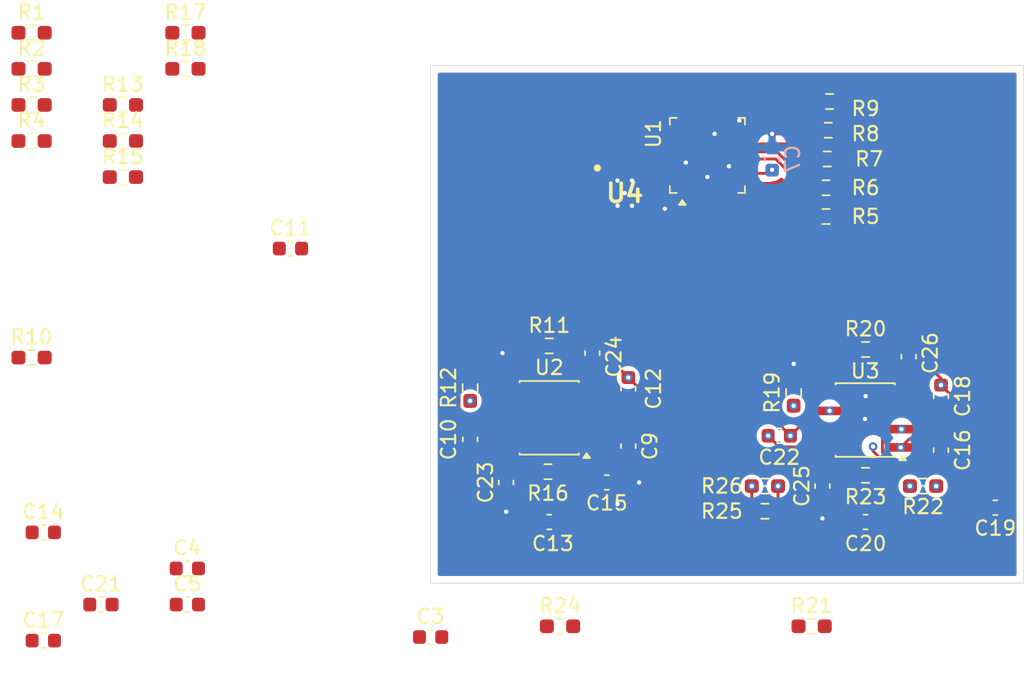
<source format=kicad_pcb>
(kicad_pcb (version 20241229) (generator "pcbnew") (generator_version "9.0")
  (layers (0 "F.Cu" signal) (4 "In1.Cu" signal) (6 "In2.Cu" signal) (2 "B.Cu" signal) (13 "F.Paste" user) (15 "B.Paste" user) (5 "F.SilkS" user "F.Silkscreen") (7 "B.SilkS" user "B.Silkscreen") (1 "F.Mask" user) (3 "B.Mask" user) (25 "Edge.Cuts" user))
  (net 0 "")
  (net 9 "GND")
  (net 10 "DAC1")
  (net 11 "DAC2B")
  (net 12 "DAC2")
  (net 13 "+3.3V")
  (net 14 "DAC1B")
  (net 15 "Net-(U1-MCLK)")
  (net 16 "Net-(U1-SCA)")
  (net 17 "Net-(U1-DATA_CLK)")
  (net 18 "Net-(U1-SCL)")
  (net 19 "Net-(U1-DATA2)")
  (net 20 "Net-(U1-DATA1)")
  (net 21 "Net-(U1-DVDD)")
  (net 22 "Net-(U1-CHIP_EN)")
  (net 23 "Net-(C12-Pad2)")
  (net 24 "Net-(C10-Pad2)")
  (net 25 "Net-(U2A--)")
  (net 26 "Net-(C14-Pad2)")
  (net 27 "Net-(C15-Pad2)")
  (net 28 "Net-(C16-Pad2)")
  (net 29 "Net-(C17-Pad2)")
  (net 30 "Net-(U3A--)")
  (net 31 "Net-(C20-Pad1)")
  (net 32 "Net-(C21-Pad2)")
  (net 33 "+12V")
  (net 34 "-12V")
  (net 35 "+5V")
  (net 36 "/BCLK")
  (net 37 "/WCLK")
  (net 38 "/DATA")
  (net 39 "/SCL")
  (net 40 "/SCA")
  (net 41 "Net-(U4-PG)")
  (net 42 "Net-(U4-SET)")
  (net 43 "Net-(U4-PGFB)")
  (footprint "Package_DFN_QFN:UQFN-32_5x5mm_P0.5mm" (layer "F.Cu") (at 128.5 88 90)
    (property "Reference" "U1" (at 1.5 -3.75 90) (layer "F.SilkS"))
    (property "Value" "ES9039Q2M")
    (pad "1" smd roundrect (at -2.4375 -1.75 90) (size 0.825 0.25) (layers "F.Cu" "F.Mask" "F.Paste") (net 13 "+3.3V"))
    (pad "2" smd roundrect (at -2.4375 -1.25 90) (size 0.825 0.25) (layers "F.Cu" "F.Mask" "F.Paste") (net 14 "DAC1B"))
    (pad "3" smd roundrect (at -2.4375 -0.75 90) (size 0.825 0.25) (layers "F.Cu" "F.Mask" "F.Paste") (net 10 "DAC1"))
    (pad "4" smd roundrect (at -2.4375 -0.25 90) (size 0.825 0.25) (layers "F.Cu" "F.Mask" "F.Paste") (net 9 "GND"))
    (pad "5" smd roundrect (at -2.4375 0.25 90) (size 0.825 0.25) (layers "F.Cu" "F.Mask" "F.Paste") (net 9 "GND"))
    (pad "6" smd roundrect (at -2.4375 0.75 90) (size 0.825 0.25) (layers "F.Cu" "F.Mask" "F.Paste") (net 11 "DAC2B"))
    (pad "7" smd roundrect (at -2.4375 1.25 90) (size 0.825 0.25) (layers "F.Cu" "F.Mask" "F.Paste") (net 12 "DAC2"))
    (pad "8" smd roundrect (at -2.4375 1.75 90) (size 0.825 0.25) (layers "F.Cu" "F.Mask" "F.Paste") (net 13 "+3.3V"))
    (pad "9" smd roundrect (at -1.75 2.4375 90) (size 0.25 0.825) (layers "F.Cu" "F.Mask" "F.Paste") (net 21 "Net-(U1-DVDD)"))
    (pad "10" smd roundrect (at -1.25 2.4375 90) (size 0.25 0.825) (layers "F.Cu" "F.Mask" "F.Paste") (net 13 "+3.3V"))
    (pad "11" smd roundrect (at -0.75 2.4375 90) (size 0.25 0.825) (layers "F.Cu" "F.Mask" "F.Paste") (net 9 "GND"))
    (pad "12" smd roundrect (at -0.25 2.4375 90) (size 0.25 0.825) (layers "F.Cu" "F.Mask" "F.Paste") (net 17 "Net-(U1-DATA_CLK)"))
    (pad "13" smd roundrect (at 0.25 2.4375 90) (size 0.25 0.825) (layers "F.Cu" "F.Mask" "F.Paste") (net 20 "Net-(U1-DATA1)"))
    (pad "14" smd roundrect (at 0.75 2.4375 90) (size 0.25 0.825) (layers "F.Cu" "F.Mask" "F.Paste") (net 19 "Net-(U1-DATA2)"))
    (pad "15" smd roundrect (at 1.25 2.4375 90) (size 0.25 0.825) (layers "F.Cu" "F.Mask" "F.Paste") (net 18 "Net-(U1-SCL)"))
    (pad "16" smd roundrect (at 1.75 2.4375 90) (size 0.25 0.825) (layers "F.Cu" "F.Mask" "F.Paste") (net 16 "Net-(U1-SCA)"))
    (pad "17" smd roundrect (at 2.4375 1.75 90) (size 0.825 0.25) (layers "F.Cu" "F.Mask" "F.Paste") (net 9 "GND"))
    (pad "18" smd roundrect (at 2.4375 1.25 90) (size 0.825 0.25) (layers "F.Cu" "F.Mask" "F.Paste") (net 22 "Net-(U1-CHIP_EN)"))
    (pad "19" smd roundrect (at 2.4375 0.75 90) (size 0.825 0.25) (layers "F.Cu" "F.Mask" "F.Paste") (net 9 "GND"))
    (pad "20" smd roundrect (at 2.4375 0.25 90) (size 0.825 0.25) (layers "F.Cu" "F.Mask" "F.Paste") (net 9 "GND"))
    (pad "21" smd roundrect (at 2.4375 -0.25 90) (size 0.825 0.25) (layers "F.Cu" "F.Mask" "F.Paste"))
    (pad "22" smd roundrect (at 2.4375 -0.75 90) (size 0.825 0.25) (layers "F.Cu" "F.Mask" "F.Paste"))
    (pad "23" smd roundrect (at 2.4375 -1.25 90) (size 0.825 0.25) (layers "F.Cu" "F.Mask" "F.Paste"))
    (pad "24" smd roundrect (at 2.4375 -1.75 90) (size 0.825 0.25) (layers "F.Cu" "F.Mask" "F.Paste"))
    (pad "25" smd roundrect (at 1.75 -2.4375 90) (size 0.25 0.825) (layers "F.Cu" "F.Mask" "F.Paste"))
    (pad "26" smd roundrect (at 1.25 -2.4375 90) (size 0.25 0.825) (layers "F.Cu" "F.Mask" "F.Paste"))
    (pad "27" smd roundrect (at 0.75 -2.4375 90) (size 0.25 0.825) (layers "F.Cu" "F.Mask" "F.Paste"))
    (pad "28" smd roundrect (at 0.25 -2.4375 90) (size 0.25 0.825) (layers "F.Cu" "F.Mask" "F.Paste"))
    (pad "29" smd roundrect (at -0.25 -2.4375 90) (size 0.25 0.825) (layers "F.Cu" "F.Mask" "F.Paste") (net 9 "GND"))
    (pad "30" smd roundrect (at -0.75 -2.4375 90) (size 0.25 0.825) (layers "F.Cu" "F.Mask" "F.Paste") (net 9 "GND"))
    (pad "31" smd roundrect (at -1.25 -2.4375 90) (size 0.25 0.825) (layers "F.Cu" "F.Mask" "F.Paste") (net 13 "+3.3V"))
    (pad "32" smd roundrect (at -1.75 -2.4375 90) (size 0.25 0.825) (layers "F.Cu" "F.Mask" "F.Paste") (net 15 "Net-(U1-MCLK)"))
  )
  (footprint "Resistor_SMD:R_0603_1608Metric_Pad0.98x0.95mm_HandSolder" (layer "F.Cu") (at 92.195 81.98)
    (property "Reference" "R18" (at 0 -1.43 0) (layer "F.SilkS"))
    (property "Value" "140")
    (pad "1" smd roundrect (at -0.9125 0) (size 0.975 0.95) (layers "F.Cu" "F.Mask" "F.Paste") (net 24 "Net-(C10-Pad2)"))
    (pad "2" smd roundrect (at 0.9125 0) (size 0.975 0.95) (layers "F.Cu" "F.Mask" "F.Paste") (net 27 "Net-(C15-Pad2)"))
  )
  (footprint "Resistor_SMD:R_0603_1608Metric_Pad0.98x0.95mm_HandSolder" (layer "F.Cu") (at 81.495 84.49)
    (property "Reference" "R3" (at 0 -1.43 0) (layer "F.SilkS"))
    (property "Value" "453k")
    (pad "1" smd roundrect (at -0.9125 0) (size 0.975 0.95) (layers "F.Cu" "F.Mask" "F.Paste") (net 13 "+3.3V"))
    (pad "2" smd roundrect (at 0.9125 0) (size 0.975 0.95) (layers "F.Cu" "F.Mask" "F.Paste") (net 43 "Net-(U4-PGFB)"))
  )
  (footprint "Resistor_SMD:R_0603_1608Metric_Pad0.98x0.95mm_HandSolder" (layer "F.Cu") (at 87.845 87)
    (property "Reference" "R14" (at 0 -1.43 0) (layer "F.SilkS"))
    (property "Value" "3.6k")
    (pad "1" smd roundrect (at -0.9125 0) (size 0.975 0.95) (layers "F.Cu" "F.Mask" "F.Paste") (net 14 "DAC1B"))
    (pad "2" smd roundrect (at 0.9125 0) (size 0.975 0.95) (layers "F.Cu" "F.Mask" "F.Paste") (net 24 "Net-(C10-Pad2)"))
  )
  (footprint "Resistor_SMD:R_0603_1608Metric_Pad0.98x0.95mm_HandSolder" (layer "F.Cu") (at 112 104.1625 -90)
    (property "Reference" "R12" (at 0 1.5 90) (layer "F.SilkS"))
    (property "Value" "3.6k")
    (pad "1" smd roundrect (at -0.9125 0 270) (size 0.975 0.95) (layers "F.Cu" "F.Mask" "F.Paste") (net 10 "DAC1"))
    (pad "2" smd roundrect (at 0.9125 0 270) (size 0.975 0.95) (layers "F.Cu" "F.Mask" "F.Paste") (net 23 "Net-(C12-Pad2)"))
  )
  (footprint "Capacitor_SMD:C_0603_1608Metric" (layer "F.Cu") (at 82.31 114.22)
    (property "Reference" "C14" (at 0 -1.43 0) (layer "F.SilkS"))
    (property "Value" "2.2n")
    (pad "1" smd roundrect (at -0.775 0) (size 0.9 0.95) (layers "F.Cu" "F.Mask" "F.Paste") (net 9 "GND"))
    (pad "2" smd roundrect (at 0.775 0) (size 0.9 0.95) (layers "F.Cu" "F.Mask" "F.Paste") (net 26 "Net-(C14-Pad2)"))
  )
  (footprint "Resistor_SMD:R_0603_1608Metric_Pad0.98x0.95mm_HandSolder" (layer "F.Cu") (at 137 84.25)
    (property "Reference" "R9" (at 2.5 0.5 0) (layer "F.SilkS"))
    (property "Value" "50")
    (pad "1" smd roundrect (at -0.9125 0) (size 0.975 0.95) (layers "F.Cu" "F.Mask" "F.Paste") (net 16 "Net-(U1-SCA)"))
    (pad "2" smd roundrect (at 0.9125 0) (size 0.975 0.95) (layers "F.Cu" "F.Mask" "F.Paste") (net 40 "/SCA"))
  )
  (footprint "Capacitor_SMD:C_0603_1608Metric" (layer "F.Cu") (at 148.525 112.5 180)
    (property "Reference" "C19" (at 0 -1.43 0) (layer "F.SilkS"))
    (property "Value" "1p")
    (pad "1" smd roundrect (at -0.775 0 180) (size 0.9 0.95) (layers "F.Cu" "F.Mask" "F.Paste") (net 11 "DAC2B"))
    (pad "2" smd roundrect (at 0.775 0 180) (size 0.9 0.95) (layers "F.Cu" "F.Mask" "F.Paste") (net 12 "DAC2"))
  )
  (footprint "Resistor_SMD:R_0603_1608Metric_Pad0.98x0.95mm_HandSolder" (layer "F.Cu") (at 139.5 101.5)
    (property "Reference" "R20" (at 0 -1.43 0) (layer "F.SilkS"))
    (property "Value" "3.6k")
    (pad "1" smd roundrect (at -0.9125 0) (size 0.975 0.95) (layers "F.Cu" "F.Mask" "F.Paste") (net 12 "DAC2"))
    (pad "2" smd roundrect (at 0.9125 0) (size 0.975 0.95) (layers "F.Cu" "F.Mask" "F.Paste") (net 28 "Net-(C16-Pad2)"))
  )
  (footprint "Capacitor_SMD:C_0603_1608Metric" (layer "F.Cu") (at 99.5 94.48)
    (property "Reference" "C11" (at 0 -1.43 0) (layer "F.SilkS"))
    (property "Value" "1p")
    (pad "1" smd roundrect (at -0.775 0) (size 0.9 0.95) (layers "F.Cu" "F.Mask" "F.Paste") (net 14 "DAC1B"))
    (pad "2" smd roundrect (at 0.775 0) (size 0.9 0.95) (layers "F.Cu" "F.Mask" "F.Paste") (net 10 "DAC1"))
  )
  (footprint "Resistor_SMD:R_0603_1608Metric_Pad0.98x0.95mm_HandSolder" (layer "F.Cu") (at 143.5 111 180)
    (property "Reference" "R22" (at 0 -1.43 0) (layer "F.SilkS"))
    (property "Value" "4.7k")
    (pad "1" smd roundrect (at -0.9125 0 180) (size 0.975 0.95) (layers "F.Cu" "F.Mask" "F.Paste") (net 30 "Net-(U3A--)"))
    (pad "2" smd roundrect (at 0.9125 0 180) (size 0.975 0.95) (layers "F.Cu" "F.Mask" "F.Paste") (net 28 "Net-(C16-Pad2)"))
  )
  (footprint "Capacitor_SMD:C_0603_1608Metric" (layer "F.Cu") (at 114.5 110.75 90)
    (property "Reference" "C23" (at 0 -1.43 90) (layer "F.SilkS"))
    (property "Value" "100n")
    (pad "1" smd roundrect (at -0.775 0 90) (size 0.9 0.95) (layers "F.Cu" "F.Mask" "F.Paste") (net 9 "GND"))
    (pad "2" smd roundrect (at 0.775 0 90) (size 0.9 0.95) (layers "F.Cu" "F.Mask" "F.Paste") (net 33 "+12V"))
  )
  (footprint "Capacitor_SMD:C_0603_1608Metric" (layer "F.Cu") (at 112 107.75 -90)
    (property "Reference" "C10" (at 0 1.5 90) (layer "F.SilkS"))
    (property "Value" "510p")
    (pad "1" smd roundrect (at -0.775 0 270) (size 0.9 0.95) (layers "F.Cu" "F.Mask" "F.Paste") (net 14 "DAC1B"))
    (pad "2" smd roundrect (at 0.775 0 270) (size 0.9 0.95) (layers "F.Cu" "F.Mask" "F.Paste") (net 24 "Net-(C10-Pad2)"))
  )
  (footprint "Resistor_SMD:R_0603_1608Metric_Pad0.98x0.95mm_HandSolder" (layer "F.Cu") (at 136.75 90.25)
    (property "Reference" "R6" (at 2.75 0 0) (layer "F.SilkS"))
    (property "Value" "50")
    (pad "1" smd roundrect (at -0.9125 0) (size 0.975 0.95) (layers "F.Cu" "F.Mask" "F.Paste") (net 20 "Net-(U1-DATA1)"))
    (pad "2" smd roundrect (at 0.9125 0) (size 0.975 0.95) (layers "F.Cu" "F.Mask" "F.Paste") (net 37 "/WCLK"))
  )
  (footprint "Capacitor_SMD:C_0603_1608Metric" (layer "F.Cu") (at 92.33 116.73)
    (property "Reference" "C4" (at 0 -1.43 0) (layer "F.SilkS"))
    (property "Value" "100n")
    (pad "1" smd roundrect (at -0.775 0) (size 0.9 0.95) (layers "F.Cu" "F.Mask" "F.Paste") (net 9 "GND"))
    (pad "2" smd roundrect (at 0.775 0) (size 0.9 0.95) (layers "F.Cu" "F.Mask" "F.Paste") (net 13 "+3.3V"))
  )
  (footprint "Capacitor_SMD:C_0603_1608Metric" (layer "F.Cu") (at 123 108.225 90)
    (property "Reference" "C9" (at 0 1.5 90) (layer "F.SilkS"))
    (property "Value" "510p")
    (pad "1" smd roundrect (at -0.775 0 90) (size 0.9 0.95) (layers "F.Cu" "F.Mask" "F.Paste") (net 10 "DAC1"))
    (pad "2" smd roundrect (at 0.775 0 90) (size 0.9 0.95) (layers "F.Cu" "F.Mask" "F.Paste") (net 23 "Net-(C12-Pad2)"))
  )
  (footprint "Capacitor_SMD:C_0603_1608Metric" (layer "F.Cu") (at 123 104.225 90)
    (property "Reference" "C12" (at 0 1.75 90) (layer "F.SilkS"))
    (property "Value" "10p")
    (pad "1" smd roundrect (at -0.775 0 90) (size 0.9 0.95) (layers "F.Cu" "F.Mask" "F.Paste") (net 25 "Net-(U2A--)"))
    (pad "2" smd roundrect (at 0.775 0 90) (size 0.9 0.95) (layers "F.Cu" "F.Mask" "F.Paste") (net 23 "Net-(C12-Pad2)"))
  )
  (footprint "Capacitor_SMD:C_0603_1608Metric" (layer "F.Cu") (at 92.33 119.24)
    (property "Reference" "C5" (at 0 -1.43 0) (layer "F.SilkS"))
    (property "Value" "100n")
    (pad "1" smd roundrect (at -0.775 0) (size 0.9 0.95) (layers "F.Cu" "F.Mask" "F.Paste") (net 13 "+3.3V"))
    (pad "2" smd roundrect (at 0.775 0) (size 0.9 0.95) (layers "F.Cu" "F.Mask" "F.Paste") (net 9 "GND"))
  )
  (footprint "Resistor_SMD:R_0603_1608Metric_Pad0.98x0.95mm_HandSolder" (layer "F.Cu") (at 81.495 81.98)
    (property "Reference" "R2" (at 0 -1.43 0) (layer "F.SilkS"))
    (property "Value" "33.2k")
    (pad "1" smd roundrect (at -0.9125 0) (size 0.975 0.95) (layers "F.Cu" "F.Mask" "F.Paste") (net 42 "Net-(U4-SET)"))
    (pad "2" smd roundrect (at 0.9125 0) (size 0.975 0.95) (layers "F.Cu" "F.Mask" "F.Paste") (net 9 "GND"))
  )
  (footprint "Custom:SON45P300X300X80-13N-D" (layer "F.Cu") (at 122.75 90.625)
    (property "Reference" "U4" (at 0 0 0) (layer "F.SilkS") (effects (font (size 1.27 1.27) (thickness 0.254))))
    (property "Value" "LT3046ATC+" (hide yes))
    (pad "1" smd rect (at -1.5 -1.125 90) (size 0.25 0.8) (layers "F.Cu" "F.Mask" "F.Paste") (net 35 "+5V"))
    (pad "2" smd rect (at -1.5 -0.675 90) (size 0.25 0.8) (layers "F.Cu" "F.Mask" "F.Paste") (net 35 "+5V"))
    (pad "3" smd rect (at -1.5 -0.225 90) (size 0.25 0.8) (layers "F.Cu" "F.Mask" "F.Paste") (net 35 "+5V"))
    (pad "4" smd rect (at -1.5 0.225 90) (size 0.25 0.8) (layers "F.Cu" "F.Mask" "F.Paste"))
    (pad "5" smd rect (at -1.5 0.675 90) (size 0.25 0.8) (layers "F.Cu" "F.Mask" "F.Paste"))
    (pad "6" smd rect (at -1.5 1.125 90) (size 0.25 0.8) (layers "F.Cu" "F.Mask" "F.Paste") (net 9 "GND"))
    (pad "7" smd rect (at 1.5 1.125 90) (size 0.25 0.8) (layers "F.Cu" "F.Mask" "F.Paste"))
    (pad "8" smd rect (at 1.5 0.675 90) (size 0.25 0.8) (layers "F.Cu" "F.Mask" "F.Paste") (net 42 "Net-(U4-SET)"))
    (pad "9" smd rect (at 1.5 0.225 90) (size 0.25 0.8) (layers "F.Cu" "F.Mask" "F.Paste") (net 9 "GND"))
    (pad "10" smd rect (at 1.5 -0.225 90) (size 0.25 0.8) (layers "F.Cu" "F.Mask" "F.Paste") (net 13 "+3.3V"))
    (pad "11" smd rect (at 1.5 -0.675 90) (size 0.25 0.8) (layers "F.Cu" "F.Mask" "F.Paste") (net 13 "+3.3V"))
    (pad "12" smd rect (at 1.5 -1.125 90) (size 0.25 0.8) (layers "F.Cu" "F.Mask" "F.Paste") (net 13 "+3.3V"))
    (pad "13" smd rect (at 0 0) (size 1.75 2.48) (layers "F.Cu" "F.Mask" "F.Paste") (net 9 "GND"))
  )
  (footprint "Resistor_SMD:R_0603_1608Metric_Pad0.98x0.95mm_HandSolder" (layer "F.Cu") (at 81.495 102.06)
    (property "Reference" "R10" (at 0 -1.43 0) (layer "F.SilkS"))
    (property "Value" "100k")
    (pad "1" smd roundrect (at -0.9125 0) (size 0.975 0.95) (layers "F.Cu" "F.Mask" "F.Paste") (net 13 "+3.3V"))
    (pad "2" smd roundrect (at 0.9125 0) (size 0.975 0.95) (layers "F.Cu" "F.Mask" "F.Paste") (net 22 "Net-(U1-CHIP_EN)"))
  )
  (footprint "Capacitor_SMD:C_0603_1608Metric" (layer "F.Cu") (at 144.75 108.5 90)
    (property "Reference" "C16" (at 0 1.5 90) (layer "F.SilkS"))
    (property "Value" "510p")
    (pad "1" smd roundrect (at -0.775 0 90) (size 0.9 0.95) (layers "F.Cu" "F.Mask" "F.Paste") (net 12 "DAC2"))
    (pad "2" smd roundrect (at 0.775 0 90) (size 0.9 0.95) (layers "F.Cu" "F.Mask" "F.Paste") (net 28 "Net-(C16-Pad2)"))
  )
  (footprint "Resistor_SMD:R_0603_1608Metric_Pad0.98x0.95mm_HandSolder" (layer "F.Cu") (at 134.5 104.5 -90)
    (property "Reference" "R19" (at 0 1.5 90) (layer "F.SilkS"))
    (property "Value" "3.6k")
    (pad "1" smd roundrect (at -0.9125 0 270) (size 0.975 0.95) (layers "F.Cu" "F.Mask" "F.Paste") (net 12 "DAC2"))
    (pad "2" smd roundrect (at 0.9125 0 270) (size 0.975 0.95) (layers "F.Cu" "F.Mask" "F.Paste") (net 28 "Net-(C16-Pad2)"))
  )
  (footprint "Capacitor_SMD:C_0603_1608Metric" (layer "F.Cu") (at 121.5 110.75 180)
    (property "Reference" "C15" (at 0 -1.43 0) (layer "F.SilkS"))
    (property "Value" "2.2n")
    (pad "1" smd roundrect (at -0.775 0 180) (size 0.9 0.95) (layers "F.Cu" "F.Mask" "F.Paste") (net 9 "GND"))
    (pad "2" smd roundrect (at 0.775 0 180) (size 0.9 0.95) (layers "F.Cu" "F.Mask" "F.Paste") (net 27 "Net-(C15-Pad2)"))
  )
  (footprint "Resistor_SMD:R_0603_1608Metric_Pad0.98x0.95mm_HandSolder" (layer "F.Cu") (at 136.9125 86.25)
    (property "Reference" "R8" (at 2.5875 0.25 0) (layer "F.SilkS"))
    (property "Value" "50")
    (pad "1" smd roundrect (at -0.9125 0) (size 0.975 0.95) (layers "F.Cu" "F.Mask" "F.Paste") (net 18 "Net-(U1-SCL)"))
    (pad "2" smd roundrect (at 0.9125 0) (size 0.975 0.95) (layers "F.Cu" "F.Mask" "F.Paste") (net 39 "/SCL"))
  )
  (footprint "Resistor_SMD:R_0603_1608Metric_Pad0.98x0.95mm_HandSolder" (layer "F.Cu") (at 135.75 120.75)
    (property "Reference" "R21" (at 0 -1.43 0) (layer "F.SilkS"))
    (property "Value" "140")
    (pad "1" smd roundrect (at -0.9125 0) (size 0.975 0.95) (layers "F.Cu" "F.Mask" "F.Paste") (net 28 "Net-(C16-Pad2)"))
    (pad "2" smd roundrect (at 0.9125 0) (size 0.975 0.95) (layers "F.Cu" "F.Mask" "F.Paste") (net 29 "Net-(C17-Pad2)"))
  )
  (footprint "Capacitor_SMD:C_0603_1608Metric" (layer "F.Cu") (at 82.31 121.75)
    (property "Reference" "C17" (at 0 -1.43 0) (layer "F.SilkS"))
    (property "Value" "2.2n")
    (pad "1" smd roundrect (at -0.775 0) (size 0.9 0.95) (layers "F.Cu" "F.Mask" "F.Paste") (net 9 "GND"))
    (pad "2" smd roundrect (at 0.775 0) (size 0.9 0.95) (layers "F.Cu" "F.Mask" "F.Paste") (net 29 "Net-(C17-Pad2)"))
  )
  (footprint "Resistor_SMD:R_0603_1608Metric_Pad0.98x0.95mm_HandSolder" (layer "F.Cu") (at 139.5 110.25)
    (property "Reference" "R23" (at 0 1.5 0) (layer "F.SilkS"))
    (property "Value" "4.7k")
    (pad "1" smd roundrect (at -0.9125 0) (size 0.975 0.95) (layers "F.Cu" "F.Mask" "F.Paste") (net 31 "Net-(C20-Pad1)"))
    (pad "2" smd roundrect (at 0.9125 0) (size 0.975 0.95) (layers "F.Cu" "F.Mask" "F.Paste") (net 30 "Net-(U3A--)"))
  )
  (footprint "Capacitor_SMD:C_0603_1608Metric" (layer "F.Cu") (at 139.5 113.5)
    (property "Reference" "C20" (at 0 1.5 0) (layer "F.SilkS"))
    (property "Value" "10p")
    (pad "1" smd roundrect (at -0.775 0) (size 0.9 0.95) (layers "F.Cu" "F.Mask" "F.Paste") (net 31 "Net-(C20-Pad1)"))
    (pad "2" smd roundrect (at 0.775 0) (size 0.9 0.95) (layers "F.Cu" "F.Mask" "F.Paste") (net 30 "Net-(U3A--)"))
  )
  (footprint "Resistor_SMD:R_0603_1608Metric_Pad0.98x0.95mm_HandSolder" (layer "F.Cu") (at 92.195 79.47)
    (property "Reference" "R17" (at 0 -1.43 0) (layer "F.SilkS"))
    (property "Value" "140")
    (pad "1" smd roundrect (at -0.9125 0) (size 0.975 0.95) (layers "F.Cu" "F.Mask" "F.Paste") (net 23 "Net-(C12-Pad2)"))
    (pad "2" smd roundrect (at 0.9125 0) (size 0.975 0.95) (layers "F.Cu" "F.Mask" "F.Paste") (net 26 "Net-(C14-Pad2)"))
  )
  (footprint "Resistor_SMD:R_0603_1608Metric_Pad0.98x0.95mm_HandSolder" (layer "F.Cu") (at 136.8375 88.25)
    (property "Reference" "R7" (at 2.9125 0 0) (layer "F.SilkS"))
    (property "Value" "50")
    (pad "1" smd roundrect (at -0.9125 0) (size 0.975 0.95) (layers "F.Cu" "F.Mask" "F.Paste") (net 19 "Net-(U1-DATA2)"))
    (pad "2" smd roundrect (at 0.9125 0) (size 0.975 0.95) (layers "F.Cu" "F.Mask" "F.Paste") (net 38 "/DATA"))
  )
  (footprint "Resistor_SMD:R_0603_1608Metric_Pad0.98x0.95mm_HandSolder" (layer "F.Cu") (at 87.845 84.49)
    (property "Reference" "R13" (at 0 -1.43 0) (layer "F.SilkS"))
    (property "Value" "3.6k")
    (pad "1" smd roundrect (at -0.9125 0) (size 0.975 0.95) (layers "F.Cu" "F.Mask" "F.Paste") (net 14 "DAC1B"))
    (pad "2" smd roundrect (at 0.9125 0) (size 0.975 0.95) (layers "F.Cu" "F.Mask" "F.Paste") (net 24 "Net-(C10-Pad2)"))
  )
  (footprint "Capacitor_SMD:C_0603_1608Metric" (layer "F.Cu") (at 120.5 101.75 90)
    (property "Reference" "C24" (at -0.25 1.5 90) (layer "F.SilkS"))
    (property "Value" "100n")
    (pad "1" smd roundrect (at -0.775 0 90) (size 0.9 0.95) (layers "F.Cu" "F.Mask" "F.Paste") (net 34 "-12V"))
    (pad "2" smd roundrect (at 0.775 0 90) (size 0.9 0.95) (layers "F.Cu" "F.Mask" "F.Paste") (net 9 "GND"))
  )
  (footprint "Capacitor_SMD:C_0603_1608Metric" (layer "F.Cu") (at 136.5 111 90)
    (property "Reference" "C25" (at 0 -1.43 90) (layer "F.SilkS"))
    (property "Value" "100n")
    (pad "1" smd roundrect (at -0.775 0 90) (size 0.9 0.95) (layers "F.Cu" "F.Mask" "F.Paste") (net 9 "GND"))
    (pad "2" smd roundrect (at 0.775 0 90) (size 0.9 0.95) (layers "F.Cu" "F.Mask" "F.Paste") (net 33 "+12V"))
  )
  (footprint "Resistor_SMD:R_0603_1608Metric_Pad0.98x0.95mm_HandSolder" (layer "F.Cu") (at 87.845 89.51)
    (property "Reference" "R15" (at 0 -1.43 0) (layer "F.SilkS"))
    (property "Value" "4.7k")
    (pad "1" smd roundrect (at -0.9125 0) (size 0.975 0.95) (layers "F.Cu" "F.Mask" "F.Paste") (net 25 "Net-(U2A--)"))
    (pad "2" smd roundrect (at 0.9125 0) (size 0.975 0.95) (layers "F.Cu" "F.Mask" "F.Paste") (net 23 "Net-(C12-Pad2)"))
  )
  (footprint "Resistor_SMD:R_0603_1608Metric_Pad0.98x0.95mm_HandSolder" (layer "F.Cu") (at 132.5 112.75 180)
    (property "Reference" "R25" (at 3 0 0) (layer "F.SilkS"))
    (property "Value" "3.6k")
    (pad "1" smd roundrect (at -0.9125 0 180) (size 0.975 0.95) (layers "F.Cu" "F.Mask" "F.Paste") (net 11 "DAC2B"))
    (pad "2" smd roundrect (at 0.9125 0 180) (size 0.975 0.95) (layers "F.Cu" "F.Mask" "F.Paste") (net 31 "Net-(C20-Pad1)"))
  )
  (footprint "Package_SO:SOIC-8_3.9x4.9mm_P1.27mm" (layer "F.Cu") (at 117.5 106.25 180)
    (property "Reference" "U2" (at 0 3.5 0) (layer "F.SilkS"))
    (property "Value" "OPA1612AxD")
    (pad "1" smd roundrect (at -2.475 -1.905 180) (size 1.95 0.6) (layers "F.Cu" "F.Mask" "F.Paste") (net 23 "Net-(C12-Pad2)"))
    (pad "2" smd roundrect (at -2.475 -0.635 180) (size 1.95 0.6) (layers "F.Cu" "F.Mask" "F.Paste") (net 25 "Net-(U2A--)"))
    (pad "3" smd roundrect (at -2.475 0.635 180) (size 1.95 0.6) (layers "F.Cu" "F.Mask" "F.Paste") (net 9 "GND"))
    (pad "4" smd roundrect (at -2.475 1.905 180) (size 1.95 0.6) (layers "F.Cu" "F.Mask" "F.Paste") (net 34 "-12V"))
    (pad "5" smd roundrect (at 2.475 1.905 180) (size 1.95 0.6) (layers "F.Cu" "F.Mask" "F.Paste") (net 10 "DAC1"))
    (pad "6" smd roundrect (at 2.475 0.635 180) (size 1.95 0.6) (layers "F.Cu" "F.Mask" "F.Paste") (net 14 "DAC1B"))
    (pad "7" smd roundrect (at 2.475 -0.635 180) (size 1.95 0.6) (layers "F.Cu" "F.Mask" "F.Paste") (net 24 "Net-(C10-Pad2)"))
    (pad "8" smd roundrect (at 2.475 -1.905 180) (size 1.95 0.6) (layers "F.Cu" "F.Mask" "F.Paste") (net 33 "+12V"))
  )
  (footprint "Capacitor_SMD:C_0603_1608Metric" (layer "F.Cu") (at 117.5 113.5)
    (property "Reference" "C13" (at 0.25 1.5 0) (layer "F.SilkS"))
    (property "Value" "10p")
    (pad "1" smd roundrect (at -0.775 0) (size 0.9 0.95) (layers "F.Cu" "F.Mask" "F.Paste") (net 24 "Net-(C10-Pad2)"))
    (pad "2" smd roundrect (at 0.775 0) (size 0.9 0.95) (layers "F.Cu" "F.Mask" "F.Paste") (net 25 "Net-(U2A--)"))
  )
  (footprint "Resistor_SMD:R_0603_1608Metric_Pad0.98x0.95mm_HandSolder" (layer "F.Cu") (at 81.495 79.47)
    (property "Reference" "R1" (at 0 -1.43 0) (layer "F.SilkS"))
    (property "Value" "200k")
    (pad "1" smd roundrect (at -0.9125 0) (size 0.975 0.95) (layers "F.Cu" "F.Mask" "F.Paste") (net 35 "+5V"))
    (pad "2" smd roundrect (at 0.9125 0) (size 0.975 0.95) (layers "F.Cu" "F.Mask" "F.Paste") (net 41 "Net-(U4-PG)"))
  )
  (footprint "Resistor_SMD:R_0603_1608Metric_Pad0.98x0.95mm_HandSolder" (layer "F.Cu") (at 136.75 92.25)
    (property "Reference" "R5" (at 2.75 0 0) (layer "F.SilkS"))
    (property "Value" "50")
    (pad "1" smd roundrect (at -0.9125 0) (size 0.975 0.95) (layers "F.Cu" "F.Mask" "F.Paste") (net 17 "Net-(U1-DATA_CLK)"))
    (pad "2" smd roundrect (at 0.9125 0) (size 0.975 0.95) (layers "F.Cu" "F.Mask" "F.Paste") (net 36 "/BCLK"))
  )
  (footprint "Capacitor_SMD:C_0603_1608Metric" (layer "F.Cu") (at 133.5 107.5 180)
    (property "Reference" "C22" (at 0 -1.5 0) (layer "F.SilkS"))
    (property "Value" "510p")
    (pad "1" smd roundrect (at -0.775 0 180) (size 0.9 0.95) (layers "F.Cu" "F.Mask" "F.Paste") (net 11 "DAC2B"))
    (pad "2" smd roundrect (at 0.775 0 180) (size 0.9 0.95) (layers "F.Cu" "F.Mask" "F.Paste") (net 31 "Net-(C20-Pad1)"))
  )
  (footprint "Resistor_SMD:R_0603_1608Metric_Pad0.98x0.95mm_HandSolder" (layer "F.Cu") (at 132.5 111 180)
    (property "Reference" "R26" (at 3 0 0) (layer "F.SilkS"))
    (property "Value" "3.6k")
    (pad "1" smd roundrect (at -0.9125 0 180) (size 0.975 0.95) (layers "F.Cu" "F.Mask" "F.Paste") (net 11 "DAC2B"))
    (pad "2" smd roundrect (at 0.9125 0 180) (size 0.975 0.95) (layers "F.Cu" "F.Mask" "F.Paste") (net 31 "Net-(C20-Pad1)"))
  )
  (footprint "Capacitor_SMD:C_0603_1608Metric" (layer "F.Cu") (at 142.5 102 90)
    (property "Reference" "C26" (at 0.25 1.5 90) (layer "F.SilkS"))
    (property "Value" "100n")
    (pad "1" smd roundrect (at -0.775 0 90) (size 0.9 0.95) (layers "F.Cu" "F.Mask" "F.Paste") (net 34 "-12V"))
    (pad "2" smd roundrect (at 0.775 0 90) (size 0.9 0.95) (layers "F.Cu" "F.Mask" "F.Paste") (net 9 "GND"))
  )
  (footprint "Capacitor_SMD:C_0603_1608Metric" (layer "F.Cu") (at 109.25 121.5)
    (property "Reference" "C3" (at 0 -1.43 0) (layer "F.SilkS"))
    (property "Value" "100n")
    (pad "1" smd roundrect (at -0.775 0) (size 0.9 0.95) (layers "F.Cu" "F.Mask" "F.Paste") (net 13 "+3.3V"))
    (pad "2" smd roundrect (at 0.775 0) (size 0.9 0.95) (layers "F.Cu" "F.Mask" "F.Paste") (net 9 "GND"))
  )
  (footprint "Resistor_SMD:R_0603_1608Metric_Pad0.98x0.95mm_HandSolder" (layer "F.Cu") (at 81.495 87)
    (property "Reference" "R4" (at 0 -1.43 0) (layer "F.SilkS"))
    (property "Value" "49.9k")
    (pad "1" smd roundrect (at -0.9125 0) (size 0.975 0.95) (layers "F.Cu" "F.Mask" "F.Paste") (net 43 "Net-(U4-PGFB)"))
    (pad "2" smd roundrect (at 0.9125 0) (size 0.975 0.95) (layers "F.Cu" "F.Mask" "F.Paste") (net 9 "GND"))
  )
  (footprint "Capacitor_SMD:C_0603_1608Metric" (layer "F.Cu") (at 86.32 119.24)
    (property "Reference" "C21" (at 0 -1.43 0) (layer "F.SilkS"))
    (property "Value" "2.2n")
    (pad "1" smd roundrect (at -0.775 0) (size 0.9 0.95) (layers "F.Cu" "F.Mask" "F.Paste") (net 9 "GND"))
    (pad "2" smd roundrect (at 0.775 0) (size 0.9 0.95) (layers "F.Cu" "F.Mask" "F.Paste") (net 32 "Net-(C21-Pad2)"))
  )
  (footprint "Resistor_SMD:R_0603_1608Metric_Pad0.98x0.95mm_HandSolder" (layer "F.Cu") (at 117.5 101.25)
    (property "Reference" "R11" (at 0 -1.43 0) (layer "F.SilkS"))
    (property "Value" "3.6k")
    (pad "1" smd roundrect (at -0.9125 0) (size 0.975 0.95) (layers "F.Cu" "F.Mask" "F.Paste") (net 10 "DAC1"))
    (pad "2" smd roundrect (at 0.9125 0) (size 0.975 0.95) (layers "F.Cu" "F.Mask" "F.Paste") (net 23 "Net-(C12-Pad2)"))
  )
  (footprint "Package_SO:SOIC-8_3.9x4.9mm_P1.27mm" (layer "F.Cu") (at 139.475 106.405 180)
    (property "Reference" "U3" (at 0 3.405 0) (layer "F.SilkS"))
    (property "Value" "OPA1612AxD")
    (pad "1" smd roundrect (at -2.475 -1.905 180) (size 1.95 0.6) (layers "F.Cu" "F.Mask" "F.Paste") (net 28 "Net-(C16-Pad2)"))
    (pad "2" smd roundrect (at -2.475 -0.635 180) (size 1.95 0.6) (layers "F.Cu" "F.Mask" "F.Paste") (net 30 "Net-(U3A--)"))
    (pad "3" smd roundrect (at -2.475 0.635 180) (size 1.95 0.6) (layers "F.Cu" "F.Mask" "F.Paste") (net 9 "GND"))
    (pad "4" smd roundrect (at -2.475 1.905 180) (size 1.95 0.6) (layers "F.Cu" "F.Mask" "F.Paste") (net 34 "-12V"))
    (pad "5" smd roundrect (at 2.475 1.905 180) (size 1.95 0.6) (layers "F.Cu" "F.Mask" "F.Paste") (net 12 "DAC2"))
    (pad "6" smd roundrect (at 2.475 0.635 180) (size 1.95 0.6) (layers "F.Cu" "F.Mask" "F.Paste") (net 11 "DAC2B"))
    (pad "7" smd roundrect (at 2.475 -0.635 180) (size 1.95 0.6) (layers "F.Cu" "F.Mask" "F.Paste") (net 31 "Net-(C20-Pad1)"))
    (pad "8" smd roundrect (at 2.475 -1.905 180) (size 1.95 0.6) (layers "F.Cu" "F.Mask" "F.Paste") (net 33 "+12V"))
  )
  (footprint "Capacitor_SMD:C_0603_1608Metric" (layer "F.Cu") (at 144.75 104.75 90)
    (property "Reference" "C18" (at 0 1.5 90) (layer "F.SilkS"))
    (property "Value" "10p")
    (pad "1" smd roundrect (at -0.775 0 90) (size 0.9 0.95) (layers "F.Cu" "F.Mask" "F.Paste") (net 30 "Net-(U3A--)"))
    (pad "2" smd roundrect (at 0.775 0 90) (size 0.9 0.95) (layers "F.Cu" "F.Mask" "F.Paste") (net 28 "Net-(C16-Pad2)"))
  )
  (footprint "Resistor_SMD:R_0603_1608Metric_Pad0.98x0.95mm_HandSolder" (layer "F.Cu") (at 117.4125 110)
    (property "Reference" "R16" (at 0 1.5 0) (layer "F.SilkS"))
    (property "Value" "4.7k")
    (pad "1" smd roundrect (at -0.9125 0) (size 0.975 0.95) (layers "F.Cu" "F.Mask" "F.Paste") (net 24 "Net-(C10-Pad2)"))
    (pad "2" smd roundrect (at 0.9125 0) (size 0.975 0.95) (layers "F.Cu" "F.Mask" "F.Paste") (net 25 "Net-(U2A--)"))
  )
  (footprint "Resistor_SMD:R_0603_1608Metric_Pad0.98x0.95mm_HandSolder" (layer "F.Cu") (at 118.25 120.75)
    (property "Reference" "R24" (at 0 -1.43 0) (layer "F.SilkS"))
    (property "Value" "140")
    (pad "1" smd roundrect (at -0.9125 0) (size 0.975 0.95) (layers "F.Cu" "F.Mask" "F.Paste") (net 31 "Net-(C20-Pad1)"))
    (pad "2" smd roundrect (at 0.9125 0) (size 0.975 0.95) (layers "F.Cu" "F.Mask" "F.Paste") (net 32 "Net-(C21-Pad2)"))
  )
  (footprint "Capacitor_SMD:C_0603_1608Metric" (layer "B.Cu") (at 133 88.25 90)
    (property "Reference" "C7" (at 0 1.43 90) (layer "B.SilkS") (effects (justify mirror)))
    (property "Value" "100n")
    (pad "1" smd roundrect (at -0.775 0 90) (size 0.9 0.95) (layers "B.Cu" "B.Mask" "B.Paste") (net 13 "+3.3V"))
    (pad "2" smd roundrect (at 0.775 0 90) (size 0.9 0.95) (layers "B.Cu" "B.Mask" "B.Paste") (net 9 "GND"))
  )
  (gr_rect (start 109.25 81.75) (end 150.5 117.75) (stroke (width 0.05)) (fill no) (layer "Edge.Cuts"))
  (segment (start 126.0625 88.75) (end 126.75 88.75) (width 0.2) (layer "F.Cu") (net 9))
  (segment (start 128.75 85.5625) (end 128.75 86.25) (width 0.2) (layer "F.Cu") (net 9))
  (segment (start 130.25 85.5625) (end 130.71149 85.5625) (width 0.2) (layer "F.Cu") (net 9))
  (segment (start 129.25 85.5625) (end 129.25 86.25) (width 0.2) (layer "F.Cu") (net 9))
  (segment (start 130.71149 85.5625) (end 130.72399 85.575) (width 0.2) (layer "F.Cu") (net 9))
  (segment (start 124.25 90.85) (end 122.975 90.85) (width 0.2) (layer "F.Cu") (net 9))
  (segment (start 122.975 90.85) (end 122.75 90.625) (width 0.2) (layer "F.Cu") (net 9))
  (segment (start 128.75 86.25) (end 129 86.5) (width 0.2) (layer "F.Cu") (net 9))
  (segment (start 121.25 91.75) (end 122 91.75) (width 0.2) (layer "F.Cu") (net 9))
  (segment (start 119.86 105.5) (end 119.975 105.615) (width 0.2) (layer "F.Cu") (net 9))
  (segment (start 126.0625 88.25) (end 126.75 88.25) (width 0.2) (layer "F.Cu") (net 9))
  (segment (start 122 91.75) (end 122.25 91.5) (width 0.2) (layer "F.Cu") (net 9))
  (segment (start 126.75 88.25) (end 127 88.5) (width 0.2) (layer "F.Cu") (net 9))
  (segment (start 130 88.75) (end 130.9375 88.75) (width 0.2) (layer "F.Cu") (net 9))
  (segment (start 126.75 88.75) (end 127 88.5) (width 0.2) (layer "F.Cu") (net 9))
  (segment (start 128.75 89.75) (end 128.75 90.4375) (width 0.2) (layer "F.Cu") (net 9))
  (segment (start 128.25 90.4375) (end 128.25 89.75) (width 0.2) (layer "F.Cu") (net 9))
  (segment (start 129.25 86.25) (end 129 86.5) (width 0.2) (layer "F.Cu") (net 9))
  (segment (start 128.25 89.75) (end 128.5 89.5) (width 0.2) (layer "F.Cu") (net 9))
  (segment (start 128.5 89.5) (end 128.75 89.75) (width 0.2) (layer "F.Cu") (net 9))
  (via (at 122.25 112.25) (size 0.6) (drill 0.3) (layers "F.Cu" "B.Cu") (net 9))
  (via (at 122.25 91.5) (size 0.6) (drill 0.3) (layers "F.Cu" "B.Cu") (net 9))
  (via (at 130 88.75) (size 0.6) (drill 0.3) (layers "F.Cu" "B.Cu") (net 9))
  (via (at 122.749998 90.625) (size 0.6) (drill 0.3) (layers "F.Cu" "B.Cu") (net 9))
  (via (at 136.5 113.25) (size 0.6) (drill 0.3) (layers "F.Cu" "B.Cu") (net 9))
  (via (at 134.5 102.5) (size 0.6) (drill 0.3) (layers "F.Cu" "B.Cu") (net 9))
  (via (at 133 86.5) (size 0.6) (drill 0.3) (layers "F.Cu" "B.Cu") (net 9))
  (via (at 123.25 89.75) (size 0.6) (drill 0.3) (layers "F.Cu" "B.Cu") (net 9))
  (via (at 139.50288 104.74712) (size 0.6) (drill 0.3) (layers "F.Cu" "B.Cu") (net 9))
  (via (at 114.5 112.7825) (size 0.6) (drill 0.3) (layers "F.Cu" "B.Cu") (net 9))
  (via (at 128.5 89.5) (size 0.6) (drill 0.3) (layers "F.Cu" "B.Cu") (net 9))
  (via (at 122.25 89.75) (size 0.6) (drill 0.3) (layers "F.Cu" "B.Cu") (net 9))
  (via (at 127 88.5) (size 0.6) (drill 0.3) (layers "F.Cu" "B.Cu") (net 9))
  (via (at 123.75 110.75) (size 0.6) (drill 0.3) (layers "F.Cu" "B.Cu") (net 9))
  (via (at 125.54038 91.70962) (size 0.6) (drill 0.3) (layers "F.Cu" "B.Cu") (net 9))
  (via (at 130.72399 85.575) (size 0.6) (drill 0.3) (layers "F.Cu" "B.Cu") (net 9))
  (via (at 114.25 101.75) (size 0.6) (drill 0.3) (layers "F.Cu" "B.Cu") (net 9))
  (via (at 139.459311 106.331378) (size 0.6) (drill 0.3) (layers "F.Cu" "B.Cu") (net 9))
  (via (at 129 86.5) (size 0.6) (drill 0.3) (layers "F.Cu" "B.Cu") (net 9))
  (via (at 123.25 91.5) (size 0.6) (drill 0.3) (layers "F.Cu" "B.Cu") (net 9))
  (segment (start 130.72399 85.69899) (end 130.72399 85.575) (width 0.2) (layer "B.Cu") (net 9))
  (segment (start 130.775 85.75) (end 130.72399 85.69899) (width 0.2) (layer "B.Cu") (net 9))
  (segment (start 133 86.5) (end 133 87.475) (width 0.2) (layer "B.Cu") (net 9))
  (segment (start 115.5 103.87) (end 115.025 104.345) (width 0.2) (layer "F.Cu") (net 10))
  (segment (start 116.5875 101.25) (end 115.5 102.3375) (width 0.2) (layer "F.Cu") (net 10))
  (segment (start 126.776 100.224) (end 127.75 99.25) (width 0.2) (layer "F.Cu") (net 10))
  (segment (start 127.75 99.25) (end 127.75 90.4375) (width 0.2) (layer "F.Cu") (net 10))
  (segment (start 116.5875 101.25) (end 117.075 101.25) (width 0.2) (layer "F.Cu") (net 10))
  (segment (start 117.075 101.25) (end 118.101 100.224) (width 0.2) (layer "F.Cu") (net 10))
  (segment (start 115.5 102.3375) (end 115.5 103.87) (width 0.2) (layer "F.Cu") (net 10))
  (segment (start 112 103.25) (end 113.93 103.25) (width 0.2) (layer "F.Cu") (net 10))
  (segment (start 118.101 100.224) (end 126.776 100.224) (width 0.2) (layer "F.Cu") (net 10))
  (segment (start 113.93 103.25) (end 115.025 104.345) (width 0.2) (layer "F.Cu") (net 10))
  (segment (start 148.02411 110.026) (end 141.483346 110.026) (width 0.2) (layer "F.Cu") (net 11))
  (segment (start 149.3 112.5) (end 149.3 111.30189) (width 0.2) (layer "F.Cu") (net 11))
  (segment (start 129.25 102.475) (end 134.275 107.5) (width 0.2) (layer "F.Cu") (net 11))
  (segment (start 141.483346 110.026) (end 140.024 108.566654) (width 0.2) (layer "F.Cu") (net 11))
  (segment (start 134.275 107.5) (end 136.005 105.77) (width 0.2) (layer "F.Cu") (net 11))
  (segment (start 136.005 105.77) (end 137 105.77) (width 0.2) (layer "F.Cu") (net 11))
  (segment (start 133.4125 112.75) (end 133.4125 111) (width 0.2) (layer "F.Cu") (net 11))
  (segment (start 149.3 111.30189) (end 148.02411 110.026) (width 0.2) (layer "F.Cu") (net 11))
  (segment (start 140.024 108.566654) (end 140.024 108.25) (width 0.2) (layer "F.Cu") (net 11))
  (segment (start 129.25 90.4375) (end 129.25 102.475) (width 0.2) (layer "F.Cu") (net 11))
  (via (at 133.4125 111) (size 0.6) (drill 0.3) (layers "F.Cu" "B.Cu") (net 11))
  (via (at 134.275 107.5) (size 0.6) (drill 0.3) (layers "F.Cu" "B.Cu") (net 11))
  (via (at 137 105.77) (size 0.6) (drill 0.3) (layers "F.Cu" "B.Cu") (net 11))
  (via (at 140.024 108.25) (size 0.6) (drill 0.3) (layers "F.Cu" "B.Cu") (net 11))
  (segment (start 136.0875 103.5875) (end 137 104.5) (width 0.2) (layer "F.Cu") (net 12))
  (segment (start 138.5875 102.9125) (end 140.674 104.999) (width 0.2) (layer "F.Cu") (net 12))
  (segment (start 129.75 102.25) (end 129.75 90.4375) (width 0.2) (layer "F.Cu") (net 12))
  (segment (start 138.5875 101.5) (end 138.5875 102.9125) (width 0.2) (layer "F.Cu") (net 12))
  (segment (start 141.298032 109.275) (end 144.75 109.275) (width 0.2) (layer "F.Cu") (net 12))
  (segment (start 140.674 104.999) (end 140.674 108.650968) (width 0.2) (layer "F.Cu") (net 12))
  (segment (start 131.0875 103.5875) (end 129.75 102.25) (width 0.2) (layer "F.Cu") (net 12))
  (segment (start 134.5 103.5875) (end 131.0875 103.5875) (width 0.2) (layer "F.Cu") (net 12))
  (segment (start 138.5875 102.9125) (end 137 104.5) (width 0.2) (layer "F.Cu") (net 12))
  (segment (start 134.5 103.5875) (end 136.0875 103.5875) (width 0.2) (layer "F.Cu") (net 12))
  (segment (start 140.674 108.650968) (end 141.298032 109.275) (width 0.2) (layer "F.Cu") (net 12))
  (segment (start 124.25 89.5) (end 124.777 89.5) (width 0.2) (layer "F.Cu") (net 13))
  (segment (start 126.776 90.4115) (end 126.75 90.4375) (width 0.2) (layer "F.Cu") (net 13))
  (segment (start 126.0625 89.25) (end 126.490798 89.25) (width 0.2) (layer "F.Cu") (net 13))
  (segment (start 125.7145 90.4375) (end 126.75 90.4375) (width 0.2) (layer "F.Cu") (net 13))
  (segment (start 130.25 90.4375) (end 130.224 90.4115) (width 0.2) (layer "F.Cu") (net 13))
  (segment (start 130.9375 89.25) (end 132.75 89.25) (width 0.2) (layer "F.Cu") (net 13))
  (segment (start 130.224 90.4115) (end 130.224 89.526) (width 0.2) (layer "F.Cu") (net 13))
  (segment (start 124.25 89.5) (end 124.25 90.4) (width 0.2) (layer "F.Cu") (net 13))
  (segment (start 132.75 89.25) (end 133 89) (width 0.2) (layer "F.Cu") (net 13))
  (segment (start 126.490798 89.25) (end 126.776 89.535202) (width 0.2) (layer "F.Cu") (net 13))
  (segment (start 130.5 89.25) (end 130.9375 89.25) (width 0.2) (layer "F.Cu") (net 13))
  (segment (start 124.777 89.5) (end 125.7145 90.4375) (width 0.2) (layer "F.Cu") (net 13))
  (segment (start 126.776 89.535202) (end 126.776 90.4115) (width 0.2) (layer "F.Cu") (net 13))
  (segment (start 130.224 89.526) (end 130.5 89.25) (width 0.2) (layer "F.Cu") (net 13))
  (via (at 133 89) (size 0.6) (drill 0.3) (layers "F.Cu" "B.Cu") (net 13))
  (segment (start 112 106.975) (end 113.36 105.615) (width 0.2) (layer "F.Cu") (net 14))
  (segment (start 111.224 106.199) (end 112 106.975) (width 0.2) (layer "F.Cu") (net 14))
  (segment (start 114.244366 99.75) (end 111.224 102.770366) (width 0.2) (layer "F.Cu") (net 14))
  (segment (start 126.25 99.75) (end 114.244366 99.75) (width 0.2) (layer "F.Cu") (net 14))
  (segment (start 127.25 98.75) (end 126.25 99.75) (width 0.2) (layer "F.Cu") (net 14))
  (segment (start 113.36 105.615) (end 115.025 105.615) (width 0.2) (layer "F.Cu") (net 14))
  (segment (start 127.25 90.4375) (end 127.25 98.75) (width 0.2) (layer "F.Cu") (net 14))
  (segment (start 111.224 102.770366) (end 111.224 106.199) (width 0.2) (layer "F.Cu") (net 14))
  (segment (start 130.9375 86.25) (end 132.9375 84.25) (width 0.2) (layer "F.Cu") (net 16))
  (segment (start 132.9375 84.25) (end 136.0875 84.25) (width 0.2) (layer "F.Cu") (net 16))
  (segment (start 135.049 91.4615) (end 135.8375 92.25) (width 0.2) (layer "F.Cu") (net 17))
  (segment (start 135.049 90.049) (end 135.049 91.4615) (width 0.2) (layer "F.Cu") (net 17))
  (segment (start 133.25 88.25) (end 135.049 90.049) (width 0.2) (layer "F.Cu") (net 17))
  (segment (start 130.9375 88.25) (end 133.25 88.25) (width 0.2) (layer "F.Cu") (net 17))
  (segment (start 132.75 85.5) (end 135.25 85.5) (width 0.2) (layer "F.Cu") (net 18))
  (segment (start 130.9375 86.75) (end 131.5 86.75) (width 0.2) (layer "F.Cu") (net 18))
  (segment (start 135.25 85.5) (end 136 86.25) (width 0.2) (layer "F.Cu") (net 18))
  (segment (start 131.5 86.75) (end 132.75 85.5) (width 0.2) (layer "F.Cu") (net 18))
  (segment (start 134.3875 87.2) (end 135.4375 88.25) (width 0.2) (layer "F.Cu") (net 19))
  (segment (start 135.4375 88.25) (end 135.925 88.25) (width 0.2) (layer "F.Cu") (net 19))
  (segment (start 130.9375 87.25) (end 132.118628 87.25) (width 0.2) (layer "F.Cu") (net 19))
  (segment (start 132.118628 87.25) (end 132.168629 87.2) (width 0.2) (layer "F.Cu") (net 19))
  (segment (start 132.168629 87.2) (end 134.3875 87.2) (width 0.2) (layer "F.Cu") (net 19))
  (segment (start 133.3375 87.75) (end 135.8375 90.25) (width 0.2) (layer "F.Cu") (net 20))
  (segment (start 130.9375 87.75) (end 133.3375 87.75) (width 0.2) (layer "F.Cu") (net 20))
  (segment (start 123.776 104.226) (end 123.776 106.674) (width 0.2) (layer "F.Cu") (net 23))
  (segment (start 122.295 108.155) (end 119.975 108.155) (width 0.2) (layer "F.Cu") (net 23))
  (segment (start 123.776 106.674) (end 123 107.45) (width 0.2) (layer "F.Cu") (net 23))
  (segment (start 121.276002 101.726) (end 123 103.449998) (width 0.2) (layer "F.Cu") (net 23))
  (segment (start 123 103.45) (end 123.776 104.226) (width 0.2) (layer "F.Cu") (net 23))
  (segment (start 123 107.45) (end 122.295 108.155) (width 0.2) (layer "F.Cu") (net 23))
  (segment (start 118.8885 101.726) (end 121.276002 101.726) (width 0.2) (layer "F.Cu") (net 23))
  (segment (start 118.4125 101.25) (end 118.8885 101.726) (width 0.2) (layer "F.Cu") (net 23))
  (via (at 123 103.449998) (size 0.6) (drill 0.3) (layers "F.Cu" "B.Cu") (net 23))
  (via (at 112 105.075) (size 0.6) (drill 0.3) (layers "F.Cu" "B.Cu") (net 23))
  (segment (start 116.725 113.5) (end 116.725 110.225) (width 0.2) (layer "F.Cu") (net 24))
  (segment (start 112 108.525) (end 113.64 106.885) (width 0.2) (layer "F.Cu") (net 24))
  (segment (start 113.64 106.885) (end 115.025 106.885) (width 0.2) (layer "F.Cu") (net 24))
  (segment (start 116.725 110.225) (end 116.5 110) (width 0.2) (layer "F.Cu") (net 24))
  (segment (start 118.275 113.5) (end 118.275 110.05) (width 0.2) (layer "F.Cu") (net 25))
  (segment (start 118.275 110.05) (end 118.325 110) (width 0.2) (layer "F.Cu") (net 25))
  (segment (start 144.775 107.725) (end 142.535 107.725) (width 0.2) (layer "F.Cu") (net 28))
  (segment (start 140.887555 101.975055) (end 143.200055 101.975055) (width 0.2) (layer "F.Cu") (net 28))
  (segment (start 144.75 103.975) (end 145.75 104.975) (width 0.2) (layer "F.Cu") (net 28))
  (segment (start 145.75 106.75) (end 144.775 107.725) (width 0.2) (layer "F.Cu") (net 28))
  (segment (start 140.4125 101.5) (end 140.887555 101.975055) (width 0.2) (layer "F.Cu") (net 28))
  (segment (start 145.75 104.975) (end 145.75 106.75) (width 0.2) (layer "F.Cu") (net 28))
  (segment (start 144.75 103.525) (end 144.75 103.975) (width 0.2) (layer "F.Cu") (net 28))
  (segment (start 143.200055 101.975055) (end 144.75 103.525) (width 0.2) (layer "F.Cu") (net 28))
  (segment (start 142.535 107.725) (end 141.95 108.31) (width 0.2) (layer "F.Cu") (net 28))
  (via (at 134.5 105.4125) (size 0.6) (drill 0.3) (layers "F.Cu" "B.Cu") (net 28))
  (via (at 141.95 108.31) (size 0.6) (drill 0.3) (layers "F.Cu" "B.Cu") (net 28))
  (via (at 144.75 103.975) (size 0.6) (drill 0.3) (layers "F.Cu" "B.Cu") (net 28))
  (via (at 142.5875 111) (size 0.6) (drill 0.3) (layers "F.Cu" "B.Cu") (net 28))
  (segment (start 142 107.04) (end 143.235 107.04) (width 0.2) (layer "F.Cu") (net 30))
  (segment (start 141.95 107.04) (end 142 107.04) (width 0.2) (layer "F.Cu") (net 30))
  (segment (start 143.235 107.04) (end 144.75 105.525) (width 0.2) (layer "F.Cu") (net 30))
  (via (at 144.4125 111) (size 0.6) (drill 0.3) (layers "F.Cu" "B.Cu") (net 30))
  (via (at 142 107.04) (size 0.6) (drill 0.3) (layers "F.Cu" "B.Cu") (net 30))
  (segment (start 137 107.04) (end 135.96011 107.04) (width 0.2) (layer "F.Cu") (net 31))
  (segment (start 131.5875 112.75) (end 131.5875 111) (width 0.2) (layer "F.Cu") (net 31))
  (segment (start 133.501 108.276) (end 132.725 107.5) (width 0.2) (layer "F.Cu") (net 31))
  (segment (start 135.96011 107.04) (end 134.72411 108.276) (width 0.2) (layer "F.Cu") (net 31))
  (segment (start 134.72411 108.276) (end 133.501 108.276) (width 0.2) (layer "F.Cu") (net 31))
  (via (at 132.725 107.5) (size 0.6) (drill 0.3) (layers "F.Cu" "B.Cu") (net 31))
  (via (at 131.5875 111) (size 0.6) (drill 0.3) (layers "F.Cu" "B.Cu") (net 31))
  (segment (start 136.5 108.81) (end 137 108.31) (width 0.2) (layer "F.Cu") (net 33))
  (segment (start 136.5 110.225) (end 136.5 108.81) (width 0.2) (layer "F.Cu") (net 33))
  (segment (start 114.5 108.68) (end 114.5 109.975) (width 0.2) (layer "F.Cu") (net 33))
  (segment (start 115.025 108.155) (end 114.5 108.68) (width 0.2) (layer "F.Cu") (net 33))
  (segment (start 119.975 104.345) (end 120.5 103.82) (width 0.2) (layer "F.Cu") (net 34))
  (segment (start 120.5 103.82) (end 120.5 102.525) (width 0.2) (layer "F.Cu") (net 34))
  (segment (start 142.5 103.95) (end 141.95 104.5) (width 0.2) (layer "F.Cu") (net 34))
  (segment (start 142.5 102.775) (end 142.5 103.95) (width 0.2) (layer "F.Cu") (net 34))
  (segment (start 121.25 90.4) (end 121.25 89.5) (width 0.2) (layer "F.Cu") (net 35))
  (zone (net 9) (net_name "GND") (layers "F.Cu" "B.Cu" "In1.Cu") (connect_pads (clearance 0.5)) (min_thickness 0.25) (fill yes (thermal_gap 0.5) (thermal_bridge_width 0.5))
    (polygon (pts (xy 109.25 81.75) (xy 150.5 81.75) (xy 150.5 117.75) (xy 109.25 117.75)))
  )
)
</source>
